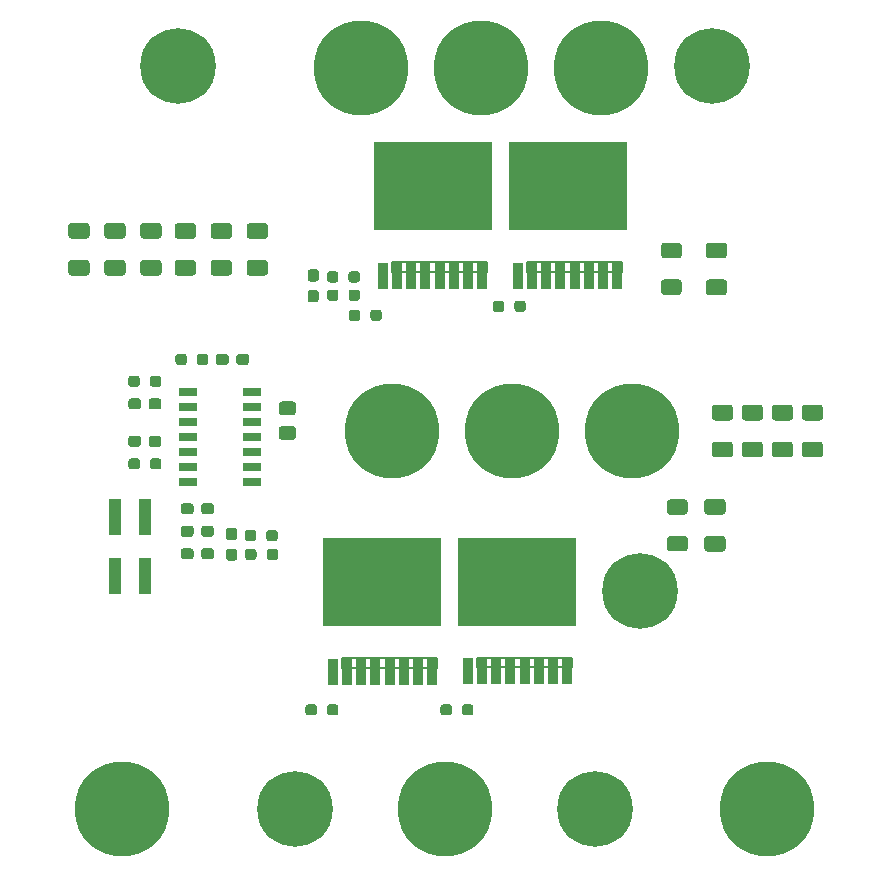
<source format=gts>
G04 #@! TF.GenerationSoftware,KiCad,Pcbnew,(5.1.9)-1*
G04 #@! TF.CreationDate,2021-04-16T15:15:28+02:00*
G04 #@! TF.ProjectId,Inverter,496e7665-7274-4657-922e-6b696361645f,rev?*
G04 #@! TF.SameCoordinates,Original*
G04 #@! TF.FileFunction,Soldermask,Top*
G04 #@! TF.FilePolarity,Negative*
%FSLAX46Y46*%
G04 Gerber Fmt 4.6, Leading zero omitted, Abs format (unit mm)*
G04 Created by KiCad (PCBNEW (5.1.9)-1) date 2021-04-16 15:15:28*
%MOMM*%
%LPD*%
G01*
G04 APERTURE LIST*
%ADD10C,0.152400*%
%ADD11C,8.000000*%
%ADD12C,6.400000*%
%ADD13R,1.000000X3.150000*%
%ADD14R,9.956800X7.467600*%
%ADD15R,0.889000X2.311400*%
%ADD16R,1.525000X0.700000*%
G04 APERTURE END LIST*
D10*
X92872301Y-112318800D02*
X100961299Y-112318800D01*
X100961299Y-112318800D02*
X100961299Y-113131600D01*
X100961299Y-113131600D02*
X92872301Y-113131600D01*
X92872301Y-113131600D02*
X92872301Y-112318800D01*
X104302301Y-112293400D02*
X112391299Y-112293400D01*
X112391299Y-112293400D02*
X112391299Y-113106200D01*
X112391299Y-113106200D02*
X104302301Y-113106200D01*
X104302301Y-113106200D02*
X104302301Y-112293400D01*
X97114101Y-78790800D02*
X105203099Y-78790800D01*
X105203099Y-78790800D02*
X105203099Y-79603600D01*
X105203099Y-79603600D02*
X97114101Y-79603600D01*
X97114101Y-79603600D02*
X97114101Y-78790800D01*
X108544101Y-78790800D02*
X116633099Y-78790800D01*
X116633099Y-78790800D02*
X116633099Y-79603600D01*
X116633099Y-79603600D02*
X108544101Y-79603600D01*
X108544101Y-79603600D02*
X108544101Y-78790800D01*
D11*
X128905000Y-125095000D03*
X101600000Y-125095000D03*
X74295000Y-125095000D03*
X117475000Y-93091000D03*
X107315000Y-93091000D03*
X97155000Y-93091000D03*
X114808000Y-62357000D03*
X104648000Y-62357000D03*
X94488000Y-62357000D03*
G36*
G01*
X69961997Y-78624000D02*
X71262003Y-78624000D01*
G75*
G02*
X71512000Y-78873997I0J-249997D01*
G01*
X71512000Y-79699003D01*
G75*
G02*
X71262003Y-79949000I-249997J0D01*
G01*
X69961997Y-79949000D01*
G75*
G02*
X69712000Y-79699003I0J249997D01*
G01*
X69712000Y-78873997D01*
G75*
G02*
X69961997Y-78624000I249997J0D01*
G01*
G37*
G36*
G01*
X69961997Y-75499000D02*
X71262003Y-75499000D01*
G75*
G02*
X71512000Y-75748997I0J-249997D01*
G01*
X71512000Y-76574003D01*
G75*
G02*
X71262003Y-76824000I-249997J0D01*
G01*
X69961997Y-76824000D01*
G75*
G02*
X69712000Y-76574003I0J249997D01*
G01*
X69712000Y-75748997D01*
G75*
G02*
X69961997Y-75499000I249997J0D01*
G01*
G37*
G36*
G01*
X73009997Y-78624000D02*
X74310003Y-78624000D01*
G75*
G02*
X74560000Y-78873997I0J-249997D01*
G01*
X74560000Y-79699003D01*
G75*
G02*
X74310003Y-79949000I-249997J0D01*
G01*
X73009997Y-79949000D01*
G75*
G02*
X72760000Y-79699003I0J249997D01*
G01*
X72760000Y-78873997D01*
G75*
G02*
X73009997Y-78624000I249997J0D01*
G01*
G37*
G36*
G01*
X73009997Y-75499000D02*
X74310003Y-75499000D01*
G75*
G02*
X74560000Y-75748997I0J-249997D01*
G01*
X74560000Y-76574003D01*
G75*
G02*
X74310003Y-76824000I-249997J0D01*
G01*
X73009997Y-76824000D01*
G75*
G02*
X72760000Y-76574003I0J249997D01*
G01*
X72760000Y-75748997D01*
G75*
G02*
X73009997Y-75499000I249997J0D01*
G01*
G37*
G36*
G01*
X82026997Y-78624000D02*
X83327003Y-78624000D01*
G75*
G02*
X83577000Y-78873997I0J-249997D01*
G01*
X83577000Y-79699003D01*
G75*
G02*
X83327003Y-79949000I-249997J0D01*
G01*
X82026997Y-79949000D01*
G75*
G02*
X81777000Y-79699003I0J249997D01*
G01*
X81777000Y-78873997D01*
G75*
G02*
X82026997Y-78624000I249997J0D01*
G01*
G37*
G36*
G01*
X82026997Y-75499000D02*
X83327003Y-75499000D01*
G75*
G02*
X83577000Y-75748997I0J-249997D01*
G01*
X83577000Y-76574003D01*
G75*
G02*
X83327003Y-76824000I-249997J0D01*
G01*
X82026997Y-76824000D01*
G75*
G02*
X81777000Y-76574003I0J249997D01*
G01*
X81777000Y-75748997D01*
G75*
G02*
X82026997Y-75499000I249997J0D01*
G01*
G37*
G36*
G01*
X76057997Y-78624000D02*
X77358003Y-78624000D01*
G75*
G02*
X77608000Y-78873997I0J-249997D01*
G01*
X77608000Y-79699003D01*
G75*
G02*
X77358003Y-79949000I-249997J0D01*
G01*
X76057997Y-79949000D01*
G75*
G02*
X75808000Y-79699003I0J249997D01*
G01*
X75808000Y-78873997D01*
G75*
G02*
X76057997Y-78624000I249997J0D01*
G01*
G37*
G36*
G01*
X76057997Y-75499000D02*
X77358003Y-75499000D01*
G75*
G02*
X77608000Y-75748997I0J-249997D01*
G01*
X77608000Y-76574003D01*
G75*
G02*
X77358003Y-76824000I-249997J0D01*
G01*
X76057997Y-76824000D01*
G75*
G02*
X75808000Y-76574003I0J249997D01*
G01*
X75808000Y-75748997D01*
G75*
G02*
X76057997Y-75499000I249997J0D01*
G01*
G37*
G36*
G01*
X78978997Y-78624000D02*
X80279003Y-78624000D01*
G75*
G02*
X80529000Y-78873997I0J-249997D01*
G01*
X80529000Y-79699003D01*
G75*
G02*
X80279003Y-79949000I-249997J0D01*
G01*
X78978997Y-79949000D01*
G75*
G02*
X78729000Y-79699003I0J249997D01*
G01*
X78729000Y-78873997D01*
G75*
G02*
X78978997Y-78624000I249997J0D01*
G01*
G37*
G36*
G01*
X78978997Y-75499000D02*
X80279003Y-75499000D01*
G75*
G02*
X80529000Y-75748997I0J-249997D01*
G01*
X80529000Y-76574003D01*
G75*
G02*
X80279003Y-76824000I-249997J0D01*
G01*
X78978997Y-76824000D01*
G75*
G02*
X78729000Y-76574003I0J249997D01*
G01*
X78729000Y-75748997D01*
G75*
G02*
X78978997Y-75499000I249997J0D01*
G01*
G37*
D12*
X118110000Y-106680000D03*
G36*
G01*
X121910001Y-100192000D02*
X120659999Y-100192000D01*
G75*
G02*
X120410000Y-99942001I0J249999D01*
G01*
X120410000Y-99141999D01*
G75*
G02*
X120659999Y-98892000I249999J0D01*
G01*
X121910001Y-98892000D01*
G75*
G02*
X122160000Y-99141999I0J-249999D01*
G01*
X122160000Y-99942001D01*
G75*
G02*
X121910001Y-100192000I-249999J0D01*
G01*
G37*
G36*
G01*
X121910001Y-103292000D02*
X120659999Y-103292000D01*
G75*
G02*
X120410000Y-103042001I0J249999D01*
G01*
X120410000Y-102241999D01*
G75*
G02*
X120659999Y-101992000I249999J0D01*
G01*
X121910001Y-101992000D01*
G75*
G02*
X122160000Y-102241999I0J-249999D01*
G01*
X122160000Y-103042001D01*
G75*
G02*
X121910001Y-103292000I-249999J0D01*
G01*
G37*
G36*
G01*
X121402001Y-78475000D02*
X120151999Y-78475000D01*
G75*
G02*
X119902000Y-78225001I0J249999D01*
G01*
X119902000Y-77424999D01*
G75*
G02*
X120151999Y-77175000I249999J0D01*
G01*
X121402001Y-77175000D01*
G75*
G02*
X121652000Y-77424999I0J-249999D01*
G01*
X121652000Y-78225001D01*
G75*
G02*
X121402001Y-78475000I-249999J0D01*
G01*
G37*
G36*
G01*
X121402001Y-81575000D02*
X120151999Y-81575000D01*
G75*
G02*
X119902000Y-81325001I0J249999D01*
G01*
X119902000Y-80524999D01*
G75*
G02*
X120151999Y-80275000I249999J0D01*
G01*
X121402001Y-80275000D01*
G75*
G02*
X121652000Y-80524999I0J-249999D01*
G01*
X121652000Y-81325001D01*
G75*
G02*
X121402001Y-81575000I-249999J0D01*
G01*
G37*
G36*
G01*
X123809997Y-101992000D02*
X125110003Y-101992000D01*
G75*
G02*
X125360000Y-102241997I0J-249997D01*
G01*
X125360000Y-103067003D01*
G75*
G02*
X125110003Y-103317000I-249997J0D01*
G01*
X123809997Y-103317000D01*
G75*
G02*
X123560000Y-103067003I0J249997D01*
G01*
X123560000Y-102241997D01*
G75*
G02*
X123809997Y-101992000I249997J0D01*
G01*
G37*
G36*
G01*
X123809997Y-98867000D02*
X125110003Y-98867000D01*
G75*
G02*
X125360000Y-99116997I0J-249997D01*
G01*
X125360000Y-99942003D01*
G75*
G02*
X125110003Y-100192000I-249997J0D01*
G01*
X123809997Y-100192000D01*
G75*
G02*
X123560000Y-99942003I0J249997D01*
G01*
X123560000Y-99116997D01*
G75*
G02*
X123809997Y-98867000I249997J0D01*
G01*
G37*
G36*
G01*
X123936997Y-80275000D02*
X125237003Y-80275000D01*
G75*
G02*
X125487000Y-80524997I0J-249997D01*
G01*
X125487000Y-81350003D01*
G75*
G02*
X125237003Y-81600000I-249997J0D01*
G01*
X123936997Y-81600000D01*
G75*
G02*
X123687000Y-81350003I0J249997D01*
G01*
X123687000Y-80524997D01*
G75*
G02*
X123936997Y-80275000I249997J0D01*
G01*
G37*
G36*
G01*
X123936997Y-77150000D02*
X125237003Y-77150000D01*
G75*
G02*
X125487000Y-77399997I0J-249997D01*
G01*
X125487000Y-78225003D01*
G75*
G02*
X125237003Y-78475000I-249997J0D01*
G01*
X123936997Y-78475000D01*
G75*
G02*
X123687000Y-78225003I0J249997D01*
G01*
X123687000Y-77399997D01*
G75*
G02*
X123936997Y-77150000I249997J0D01*
G01*
G37*
G36*
G01*
X132064997Y-94016400D02*
X133365003Y-94016400D01*
G75*
G02*
X133615000Y-94266397I0J-249997D01*
G01*
X133615000Y-95091403D01*
G75*
G02*
X133365003Y-95341400I-249997J0D01*
G01*
X132064997Y-95341400D01*
G75*
G02*
X131815000Y-95091403I0J249997D01*
G01*
X131815000Y-94266397D01*
G75*
G02*
X132064997Y-94016400I249997J0D01*
G01*
G37*
G36*
G01*
X132064997Y-90891400D02*
X133365003Y-90891400D01*
G75*
G02*
X133615000Y-91141397I0J-249997D01*
G01*
X133615000Y-91966403D01*
G75*
G02*
X133365003Y-92216400I-249997J0D01*
G01*
X132064997Y-92216400D01*
G75*
G02*
X131815000Y-91966403I0J249997D01*
G01*
X131815000Y-91141397D01*
G75*
G02*
X132064997Y-90891400I249997J0D01*
G01*
G37*
G36*
G01*
X129524997Y-94016400D02*
X130825003Y-94016400D01*
G75*
G02*
X131075000Y-94266397I0J-249997D01*
G01*
X131075000Y-95091403D01*
G75*
G02*
X130825003Y-95341400I-249997J0D01*
G01*
X129524997Y-95341400D01*
G75*
G02*
X129275000Y-95091403I0J249997D01*
G01*
X129275000Y-94266397D01*
G75*
G02*
X129524997Y-94016400I249997J0D01*
G01*
G37*
G36*
G01*
X129524997Y-90891400D02*
X130825003Y-90891400D01*
G75*
G02*
X131075000Y-91141397I0J-249997D01*
G01*
X131075000Y-91966403D01*
G75*
G02*
X130825003Y-92216400I-249997J0D01*
G01*
X129524997Y-92216400D01*
G75*
G02*
X129275000Y-91966403I0J249997D01*
G01*
X129275000Y-91141397D01*
G75*
G02*
X129524997Y-90891400I249997J0D01*
G01*
G37*
G36*
G01*
X126984997Y-94016400D02*
X128285003Y-94016400D01*
G75*
G02*
X128535000Y-94266397I0J-249997D01*
G01*
X128535000Y-95091403D01*
G75*
G02*
X128285003Y-95341400I-249997J0D01*
G01*
X126984997Y-95341400D01*
G75*
G02*
X126735000Y-95091403I0J249997D01*
G01*
X126735000Y-94266397D01*
G75*
G02*
X126984997Y-94016400I249997J0D01*
G01*
G37*
G36*
G01*
X126984997Y-90891400D02*
X128285003Y-90891400D01*
G75*
G02*
X128535000Y-91141397I0J-249997D01*
G01*
X128535000Y-91966403D01*
G75*
G02*
X128285003Y-92216400I-249997J0D01*
G01*
X126984997Y-92216400D01*
G75*
G02*
X126735000Y-91966403I0J249997D01*
G01*
X126735000Y-91141397D01*
G75*
G02*
X126984997Y-90891400I249997J0D01*
G01*
G37*
G36*
G01*
X124444997Y-94016400D02*
X125745003Y-94016400D01*
G75*
G02*
X125995000Y-94266397I0J-249997D01*
G01*
X125995000Y-95091403D01*
G75*
G02*
X125745003Y-95341400I-249997J0D01*
G01*
X124444997Y-95341400D01*
G75*
G02*
X124195000Y-95091403I0J249997D01*
G01*
X124195000Y-94266397D01*
G75*
G02*
X124444997Y-94016400I249997J0D01*
G01*
G37*
G36*
G01*
X124444997Y-90891400D02*
X125745003Y-90891400D01*
G75*
G02*
X125995000Y-91141397I0J-249997D01*
G01*
X125995000Y-91966403D01*
G75*
G02*
X125745003Y-92216400I-249997J0D01*
G01*
X124444997Y-92216400D01*
G75*
G02*
X124195000Y-91966403I0J249997D01*
G01*
X124195000Y-91141397D01*
G75*
G02*
X124444997Y-90891400I249997J0D01*
G01*
G37*
G36*
G01*
X85074997Y-78624000D02*
X86375003Y-78624000D01*
G75*
G02*
X86625000Y-78873997I0J-249997D01*
G01*
X86625000Y-79699003D01*
G75*
G02*
X86375003Y-79949000I-249997J0D01*
G01*
X85074997Y-79949000D01*
G75*
G02*
X84825000Y-79699003I0J249997D01*
G01*
X84825000Y-78873997D01*
G75*
G02*
X85074997Y-78624000I249997J0D01*
G01*
G37*
G36*
G01*
X85074997Y-75499000D02*
X86375003Y-75499000D01*
G75*
G02*
X86625000Y-75748997I0J-249997D01*
G01*
X86625000Y-76574003D01*
G75*
G02*
X86375003Y-76824000I-249997J0D01*
G01*
X85074997Y-76824000D01*
G75*
G02*
X84825000Y-76574003I0J249997D01*
G01*
X84825000Y-75748997D01*
G75*
G02*
X85074997Y-75499000I249997J0D01*
G01*
G37*
X78994000Y-62230000D03*
X124206000Y-62230000D03*
X114300000Y-125095000D03*
X88900000Y-125095000D03*
D13*
X76200000Y-100345000D03*
X76200000Y-105395000D03*
X73660000Y-100345000D03*
X73660000Y-105395000D03*
D14*
X96316800Y-105918000D03*
D15*
X92116801Y-113474500D03*
X93316801Y-113474500D03*
X94516801Y-113474500D03*
X95716801Y-113474500D03*
X96916801Y-113474500D03*
X98116801Y-113474500D03*
X99316802Y-113474500D03*
X100516799Y-113474500D03*
D14*
X107746800Y-105892600D03*
D15*
X103546801Y-113449100D03*
X104746801Y-113449100D03*
X105946801Y-113449100D03*
X107146801Y-113449100D03*
X108346801Y-113449100D03*
X109546801Y-113449100D03*
X110746802Y-113449100D03*
X111946799Y-113449100D03*
D14*
X100558600Y-72390000D03*
D15*
X96358601Y-79946500D03*
X97558601Y-79946500D03*
X98758601Y-79946500D03*
X99958601Y-79946500D03*
X101158601Y-79946500D03*
X102358601Y-79946500D03*
X103558602Y-79946500D03*
X104758599Y-79946500D03*
D14*
X111988600Y-72390000D03*
D15*
X107788601Y-79946500D03*
X108988601Y-79946500D03*
X110188601Y-79946500D03*
X111388601Y-79946500D03*
X112588601Y-79946500D03*
X113788601Y-79946500D03*
X114988602Y-79946500D03*
X116188599Y-79946500D03*
D16*
X79838000Y-89763600D03*
X79838000Y-91033600D03*
X79838000Y-92303600D03*
X79838000Y-93573600D03*
X79838000Y-94843600D03*
X79838000Y-96113600D03*
X79838000Y-97383600D03*
X85262000Y-97383600D03*
X85262000Y-96113600D03*
X85262000Y-94843600D03*
X85262000Y-93573600D03*
X85262000Y-92303600D03*
X85262000Y-91033600D03*
X85262000Y-89763600D03*
G36*
G01*
X87790000Y-92678500D02*
X88740000Y-92678500D01*
G75*
G02*
X88990000Y-92928500I0J-250000D01*
G01*
X88990000Y-93603500D01*
G75*
G02*
X88740000Y-93853500I-250000J0D01*
G01*
X87790000Y-93853500D01*
G75*
G02*
X87540000Y-93603500I0J250000D01*
G01*
X87540000Y-92928500D01*
G75*
G02*
X87790000Y-92678500I250000J0D01*
G01*
G37*
G36*
G01*
X87790000Y-90603500D02*
X88740000Y-90603500D01*
G75*
G02*
X88990000Y-90853500I0J-250000D01*
G01*
X88990000Y-91528500D01*
G75*
G02*
X88740000Y-91778500I-250000J0D01*
G01*
X87790000Y-91778500D01*
G75*
G02*
X87540000Y-91528500I0J250000D01*
G01*
X87540000Y-90853500D01*
G75*
G02*
X87790000Y-90603500I250000J0D01*
G01*
G37*
G36*
G01*
X83303100Y-103053600D02*
X83778100Y-103053600D01*
G75*
G02*
X84015600Y-103291100I0J-237500D01*
G01*
X84015600Y-103866100D01*
G75*
G02*
X83778100Y-104103600I-237500J0D01*
G01*
X83303100Y-104103600D01*
G75*
G02*
X83065600Y-103866100I0J237500D01*
G01*
X83065600Y-103291100D01*
G75*
G02*
X83303100Y-103053600I237500J0D01*
G01*
G37*
G36*
G01*
X83303100Y-101303600D02*
X83778100Y-101303600D01*
G75*
G02*
X84015600Y-101541100I0J-237500D01*
G01*
X84015600Y-102116100D01*
G75*
G02*
X83778100Y-102353600I-237500J0D01*
G01*
X83303100Y-102353600D01*
G75*
G02*
X83065600Y-102116100I0J237500D01*
G01*
X83065600Y-101541100D01*
G75*
G02*
X83303100Y-101303600I237500J0D01*
G01*
G37*
G36*
G01*
X85653700Y-103318300D02*
X85653700Y-103793300D01*
G75*
G02*
X85416200Y-104030800I-237500J0D01*
G01*
X84916200Y-104030800D01*
G75*
G02*
X84678700Y-103793300I0J237500D01*
G01*
X84678700Y-103318300D01*
G75*
G02*
X84916200Y-103080800I237500J0D01*
G01*
X85416200Y-103080800D01*
G75*
G02*
X85653700Y-103318300I0J-237500D01*
G01*
G37*
G36*
G01*
X87478700Y-103318300D02*
X87478700Y-103793300D01*
G75*
G02*
X87241200Y-104030800I-237500J0D01*
G01*
X86741200Y-104030800D01*
G75*
G02*
X86503700Y-103793300I0J237500D01*
G01*
X86503700Y-103318300D01*
G75*
G02*
X86741200Y-103080800I237500J0D01*
G01*
X87241200Y-103080800D01*
G75*
G02*
X87478700Y-103318300I0J-237500D01*
G01*
G37*
G36*
G01*
X85632100Y-101718100D02*
X85632100Y-102193100D01*
G75*
G02*
X85394600Y-102430600I-237500J0D01*
G01*
X84894600Y-102430600D01*
G75*
G02*
X84657100Y-102193100I0J237500D01*
G01*
X84657100Y-101718100D01*
G75*
G02*
X84894600Y-101480600I237500J0D01*
G01*
X85394600Y-101480600D01*
G75*
G02*
X85632100Y-101718100I0J-237500D01*
G01*
G37*
G36*
G01*
X87457100Y-101718100D02*
X87457100Y-102193100D01*
G75*
G02*
X87219600Y-102430600I-237500J0D01*
G01*
X86719600Y-102430600D01*
G75*
G02*
X86482100Y-102193100I0J237500D01*
G01*
X86482100Y-101718100D01*
G75*
G02*
X86719600Y-101480600I237500J0D01*
G01*
X87219600Y-101480600D01*
G75*
G02*
X87457100Y-101718100I0J-237500D01*
G01*
G37*
G36*
G01*
X80970000Y-101837500D02*
X80970000Y-101362500D01*
G75*
G02*
X81207500Y-101125000I237500J0D01*
G01*
X81807500Y-101125000D01*
G75*
G02*
X82045000Y-101362500I0J-237500D01*
G01*
X82045000Y-101837500D01*
G75*
G02*
X81807500Y-102075000I-237500J0D01*
G01*
X81207500Y-102075000D01*
G75*
G02*
X80970000Y-101837500I0J237500D01*
G01*
G37*
G36*
G01*
X79245000Y-101837500D02*
X79245000Y-101362500D01*
G75*
G02*
X79482500Y-101125000I237500J0D01*
G01*
X80082500Y-101125000D01*
G75*
G02*
X80320000Y-101362500I0J-237500D01*
G01*
X80320000Y-101837500D01*
G75*
G02*
X80082500Y-102075000I-237500J0D01*
G01*
X79482500Y-102075000D01*
G75*
G02*
X79245000Y-101837500I0J237500D01*
G01*
G37*
G36*
G01*
X80970000Y-99932500D02*
X80970000Y-99457500D01*
G75*
G02*
X81207500Y-99220000I237500J0D01*
G01*
X81807500Y-99220000D01*
G75*
G02*
X82045000Y-99457500I0J-237500D01*
G01*
X82045000Y-99932500D01*
G75*
G02*
X81807500Y-100170000I-237500J0D01*
G01*
X81207500Y-100170000D01*
G75*
G02*
X80970000Y-99932500I0J237500D01*
G01*
G37*
G36*
G01*
X79245000Y-99932500D02*
X79245000Y-99457500D01*
G75*
G02*
X79482500Y-99220000I237500J0D01*
G01*
X80082500Y-99220000D01*
G75*
G02*
X80320000Y-99457500I0J-237500D01*
G01*
X80320000Y-99932500D01*
G75*
G02*
X80082500Y-100170000I-237500J0D01*
G01*
X79482500Y-100170000D01*
G75*
G02*
X79245000Y-99932500I0J237500D01*
G01*
G37*
G36*
G01*
X83940700Y-87283300D02*
X83940700Y-86808300D01*
G75*
G02*
X84178200Y-86570800I237500J0D01*
G01*
X84778200Y-86570800D01*
G75*
G02*
X85015700Y-86808300I0J-237500D01*
G01*
X85015700Y-87283300D01*
G75*
G02*
X84778200Y-87520800I-237500J0D01*
G01*
X84178200Y-87520800D01*
G75*
G02*
X83940700Y-87283300I0J237500D01*
G01*
G37*
G36*
G01*
X82215700Y-87283300D02*
X82215700Y-86808300D01*
G75*
G02*
X82453200Y-86570800I237500J0D01*
G01*
X83053200Y-86570800D01*
G75*
G02*
X83290700Y-86808300I0J-237500D01*
G01*
X83290700Y-87283300D01*
G75*
G02*
X83053200Y-87520800I-237500J0D01*
G01*
X82453200Y-87520800D01*
G75*
G02*
X82215700Y-87283300I0J237500D01*
G01*
G37*
G36*
G01*
X80320000Y-103267500D02*
X80320000Y-103742500D01*
G75*
G02*
X80082500Y-103980000I-237500J0D01*
G01*
X79482500Y-103980000D01*
G75*
G02*
X79245000Y-103742500I0J237500D01*
G01*
X79245000Y-103267500D01*
G75*
G02*
X79482500Y-103030000I237500J0D01*
G01*
X80082500Y-103030000D01*
G75*
G02*
X80320000Y-103267500I0J-237500D01*
G01*
G37*
G36*
G01*
X82045000Y-103267500D02*
X82045000Y-103742500D01*
G75*
G02*
X81807500Y-103980000I-237500J0D01*
G01*
X81207500Y-103980000D01*
G75*
G02*
X80970000Y-103742500I0J237500D01*
G01*
X80970000Y-103267500D01*
G75*
G02*
X81207500Y-103030000I237500J0D01*
G01*
X81807500Y-103030000D01*
G75*
G02*
X82045000Y-103267500I0J-237500D01*
G01*
G37*
G36*
G01*
X75875000Y-93742500D02*
X75875000Y-94217500D01*
G75*
G02*
X75637500Y-94455000I-237500J0D01*
G01*
X75037500Y-94455000D01*
G75*
G02*
X74800000Y-94217500I0J237500D01*
G01*
X74800000Y-93742500D01*
G75*
G02*
X75037500Y-93505000I237500J0D01*
G01*
X75637500Y-93505000D01*
G75*
G02*
X75875000Y-93742500I0J-237500D01*
G01*
G37*
G36*
G01*
X77600000Y-93742500D02*
X77600000Y-94217500D01*
G75*
G02*
X77362500Y-94455000I-237500J0D01*
G01*
X76762500Y-94455000D01*
G75*
G02*
X76525000Y-94217500I0J237500D01*
G01*
X76525000Y-93742500D01*
G75*
G02*
X76762500Y-93505000I237500J0D01*
G01*
X77362500Y-93505000D01*
G75*
G02*
X77600000Y-93742500I0J-237500D01*
G01*
G37*
G36*
G01*
X75875000Y-90567500D02*
X75875000Y-91042500D01*
G75*
G02*
X75637500Y-91280000I-237500J0D01*
G01*
X75037500Y-91280000D01*
G75*
G02*
X74800000Y-91042500I0J237500D01*
G01*
X74800000Y-90567500D01*
G75*
G02*
X75037500Y-90330000I237500J0D01*
G01*
X75637500Y-90330000D01*
G75*
G02*
X75875000Y-90567500I0J-237500D01*
G01*
G37*
G36*
G01*
X77600000Y-90567500D02*
X77600000Y-91042500D01*
G75*
G02*
X77362500Y-91280000I-237500J0D01*
G01*
X76762500Y-91280000D01*
G75*
G02*
X76525000Y-91042500I0J237500D01*
G01*
X76525000Y-90567500D01*
G75*
G02*
X76762500Y-90330000I237500J0D01*
G01*
X77362500Y-90330000D01*
G75*
G02*
X77600000Y-90567500I0J-237500D01*
G01*
G37*
G36*
G01*
X75775000Y-95647500D02*
X75775000Y-96122500D01*
G75*
G02*
X75537500Y-96360000I-237500J0D01*
G01*
X75037500Y-96360000D01*
G75*
G02*
X74800000Y-96122500I0J237500D01*
G01*
X74800000Y-95647500D01*
G75*
G02*
X75037500Y-95410000I237500J0D01*
G01*
X75537500Y-95410000D01*
G75*
G02*
X75775000Y-95647500I0J-237500D01*
G01*
G37*
G36*
G01*
X77600000Y-95647500D02*
X77600000Y-96122500D01*
G75*
G02*
X77362500Y-96360000I-237500J0D01*
G01*
X76862500Y-96360000D01*
G75*
G02*
X76625000Y-96122500I0J237500D01*
G01*
X76625000Y-95647500D01*
G75*
G02*
X76862500Y-95410000I237500J0D01*
G01*
X77362500Y-95410000D01*
G75*
G02*
X77600000Y-95647500I0J-237500D01*
G01*
G37*
G36*
G01*
X79760900Y-86808300D02*
X79760900Y-87283300D01*
G75*
G02*
X79523400Y-87520800I-237500J0D01*
G01*
X79023400Y-87520800D01*
G75*
G02*
X78785900Y-87283300I0J237500D01*
G01*
X78785900Y-86808300D01*
G75*
G02*
X79023400Y-86570800I237500J0D01*
G01*
X79523400Y-86570800D01*
G75*
G02*
X79760900Y-86808300I0J-237500D01*
G01*
G37*
G36*
G01*
X81585900Y-86808300D02*
X81585900Y-87283300D01*
G75*
G02*
X81348400Y-87520800I-237500J0D01*
G01*
X80848400Y-87520800D01*
G75*
G02*
X80610900Y-87283300I0J237500D01*
G01*
X80610900Y-86808300D01*
G75*
G02*
X80848400Y-86570800I237500J0D01*
G01*
X81348400Y-86570800D01*
G75*
G02*
X81585900Y-86808300I0J-237500D01*
G01*
G37*
G36*
G01*
X76625000Y-89137500D02*
X76625000Y-88662500D01*
G75*
G02*
X76862500Y-88425000I237500J0D01*
G01*
X77362500Y-88425000D01*
G75*
G02*
X77600000Y-88662500I0J-237500D01*
G01*
X77600000Y-89137500D01*
G75*
G02*
X77362500Y-89375000I-237500J0D01*
G01*
X76862500Y-89375000D01*
G75*
G02*
X76625000Y-89137500I0J237500D01*
G01*
G37*
G36*
G01*
X74800000Y-89137500D02*
X74800000Y-88662500D01*
G75*
G02*
X75037500Y-88425000I237500J0D01*
G01*
X75537500Y-88425000D01*
G75*
G02*
X75775000Y-88662500I0J-237500D01*
G01*
X75775000Y-89137500D01*
G75*
G02*
X75537500Y-89375000I-237500J0D01*
G01*
X75037500Y-89375000D01*
G75*
G02*
X74800000Y-89137500I0J237500D01*
G01*
G37*
G36*
G01*
X90761000Y-116475500D02*
X90761000Y-116950500D01*
G75*
G02*
X90523500Y-117188000I-237500J0D01*
G01*
X90023500Y-117188000D01*
G75*
G02*
X89786000Y-116950500I0J237500D01*
G01*
X89786000Y-116475500D01*
G75*
G02*
X90023500Y-116238000I237500J0D01*
G01*
X90523500Y-116238000D01*
G75*
G02*
X90761000Y-116475500I0J-237500D01*
G01*
G37*
G36*
G01*
X92586000Y-116475500D02*
X92586000Y-116950500D01*
G75*
G02*
X92348500Y-117188000I-237500J0D01*
G01*
X91848500Y-117188000D01*
G75*
G02*
X91611000Y-116950500I0J237500D01*
G01*
X91611000Y-116475500D01*
G75*
G02*
X91848500Y-116238000I237500J0D01*
G01*
X92348500Y-116238000D01*
G75*
G02*
X92586000Y-116475500I0J-237500D01*
G01*
G37*
G36*
G01*
X102191000Y-116475500D02*
X102191000Y-116950500D01*
G75*
G02*
X101953500Y-117188000I-237500J0D01*
G01*
X101453500Y-117188000D01*
G75*
G02*
X101216000Y-116950500I0J237500D01*
G01*
X101216000Y-116475500D01*
G75*
G02*
X101453500Y-116238000I237500J0D01*
G01*
X101953500Y-116238000D01*
G75*
G02*
X102191000Y-116475500I0J-237500D01*
G01*
G37*
G36*
G01*
X104016000Y-116475500D02*
X104016000Y-116950500D01*
G75*
G02*
X103778500Y-117188000I-237500J0D01*
G01*
X103278500Y-117188000D01*
G75*
G02*
X103041000Y-116950500I0J237500D01*
G01*
X103041000Y-116475500D01*
G75*
G02*
X103278500Y-116238000I237500J0D01*
G01*
X103778500Y-116238000D01*
G75*
G02*
X104016000Y-116475500I0J-237500D01*
G01*
G37*
G36*
G01*
X94444000Y-83074500D02*
X94444000Y-83549500D01*
G75*
G02*
X94206500Y-83787000I-237500J0D01*
G01*
X93706500Y-83787000D01*
G75*
G02*
X93469000Y-83549500I0J237500D01*
G01*
X93469000Y-83074500D01*
G75*
G02*
X93706500Y-82837000I237500J0D01*
G01*
X94206500Y-82837000D01*
G75*
G02*
X94444000Y-83074500I0J-237500D01*
G01*
G37*
G36*
G01*
X96269000Y-83074500D02*
X96269000Y-83549500D01*
G75*
G02*
X96031500Y-83787000I-237500J0D01*
G01*
X95531500Y-83787000D01*
G75*
G02*
X95294000Y-83549500I0J237500D01*
G01*
X95294000Y-83074500D01*
G75*
G02*
X95531500Y-82837000I237500J0D01*
G01*
X96031500Y-82837000D01*
G75*
G02*
X96269000Y-83074500I0J-237500D01*
G01*
G37*
G36*
G01*
X106636000Y-82312500D02*
X106636000Y-82787500D01*
G75*
G02*
X106398500Y-83025000I-237500J0D01*
G01*
X105898500Y-83025000D01*
G75*
G02*
X105661000Y-82787500I0J237500D01*
G01*
X105661000Y-82312500D01*
G75*
G02*
X105898500Y-82075000I237500J0D01*
G01*
X106398500Y-82075000D01*
G75*
G02*
X106636000Y-82312500I0J-237500D01*
G01*
G37*
G36*
G01*
X108461000Y-82312500D02*
X108461000Y-82787500D01*
G75*
G02*
X108223500Y-83025000I-237500J0D01*
G01*
X107723500Y-83025000D01*
G75*
G02*
X107486000Y-82787500I0J237500D01*
G01*
X107486000Y-82312500D01*
G75*
G02*
X107723500Y-82075000I237500J0D01*
G01*
X108223500Y-82075000D01*
G75*
G02*
X108461000Y-82312500I0J-237500D01*
G01*
G37*
G36*
G01*
X92587900Y-79823300D02*
X92587900Y-80298300D01*
G75*
G02*
X92350400Y-80535800I-237500J0D01*
G01*
X91850400Y-80535800D01*
G75*
G02*
X91612900Y-80298300I0J237500D01*
G01*
X91612900Y-79823300D01*
G75*
G02*
X91850400Y-79585800I237500J0D01*
G01*
X92350400Y-79585800D01*
G75*
G02*
X92587900Y-79823300I0J-237500D01*
G01*
G37*
G36*
G01*
X94412900Y-79823300D02*
X94412900Y-80298300D01*
G75*
G02*
X94175400Y-80535800I-237500J0D01*
G01*
X93675400Y-80535800D01*
G75*
G02*
X93437900Y-80298300I0J237500D01*
G01*
X93437900Y-79823300D01*
G75*
G02*
X93675400Y-79585800I237500J0D01*
G01*
X94175400Y-79585800D01*
G75*
G02*
X94412900Y-79823300I0J-237500D01*
G01*
G37*
G36*
G01*
X92591700Y-81372700D02*
X92591700Y-81847700D01*
G75*
G02*
X92354200Y-82085200I-237500J0D01*
G01*
X91854200Y-82085200D01*
G75*
G02*
X91616700Y-81847700I0J237500D01*
G01*
X91616700Y-81372700D01*
G75*
G02*
X91854200Y-81135200I237500J0D01*
G01*
X92354200Y-81135200D01*
G75*
G02*
X92591700Y-81372700I0J-237500D01*
G01*
G37*
G36*
G01*
X94416700Y-81372700D02*
X94416700Y-81847700D01*
G75*
G02*
X94179200Y-82085200I-237500J0D01*
G01*
X93679200Y-82085200D01*
G75*
G02*
X93441700Y-81847700I0J237500D01*
G01*
X93441700Y-81372700D01*
G75*
G02*
X93679200Y-81135200I237500J0D01*
G01*
X94179200Y-81135200D01*
G75*
G02*
X94416700Y-81372700I0J-237500D01*
G01*
G37*
G36*
G01*
X90686900Y-80458800D02*
X90211900Y-80458800D01*
G75*
G02*
X89974400Y-80221300I0J237500D01*
G01*
X89974400Y-79646300D01*
G75*
G02*
X90211900Y-79408800I237500J0D01*
G01*
X90686900Y-79408800D01*
G75*
G02*
X90924400Y-79646300I0J-237500D01*
G01*
X90924400Y-80221300D01*
G75*
G02*
X90686900Y-80458800I-237500J0D01*
G01*
G37*
G36*
G01*
X90686900Y-82208800D02*
X90211900Y-82208800D01*
G75*
G02*
X89974400Y-81971300I0J237500D01*
G01*
X89974400Y-81396300D01*
G75*
G02*
X90211900Y-81158800I237500J0D01*
G01*
X90686900Y-81158800D01*
G75*
G02*
X90924400Y-81396300I0J-237500D01*
G01*
X90924400Y-81971300D01*
G75*
G02*
X90686900Y-82208800I-237500J0D01*
G01*
G37*
M02*

</source>
